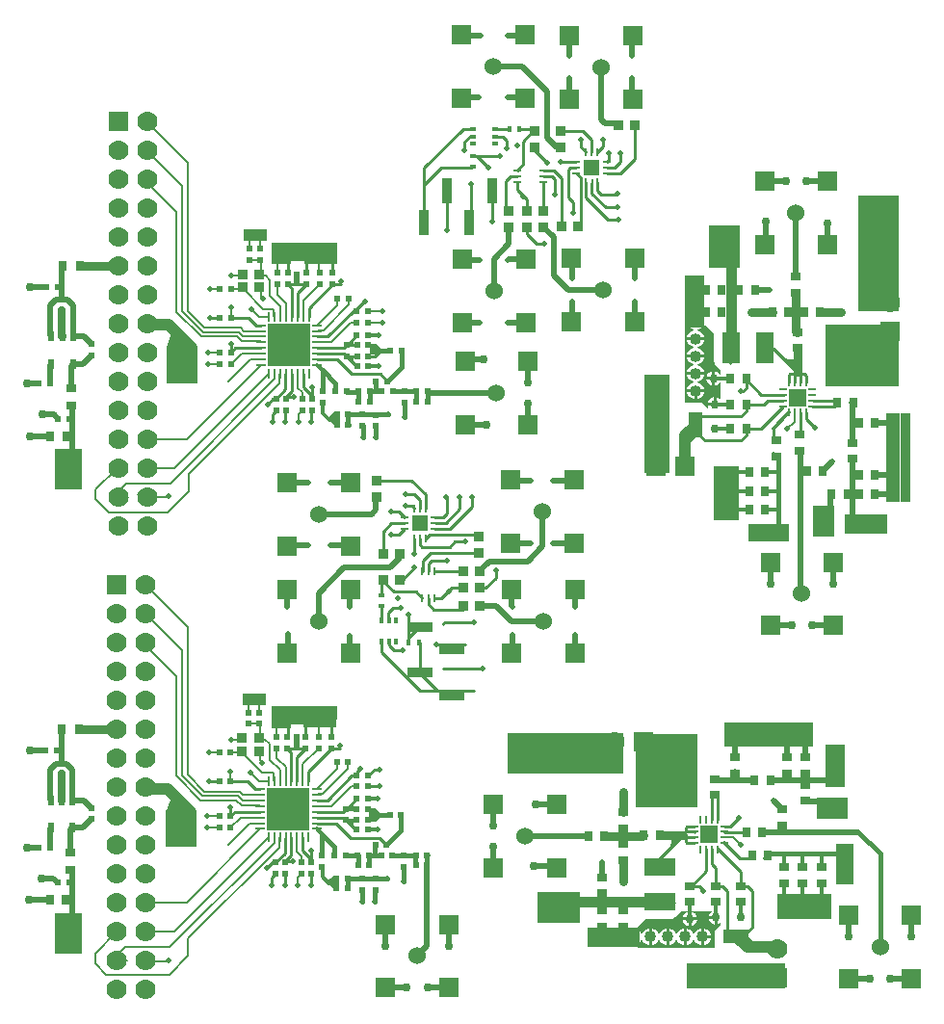
<source format=gtl>
%FSLAX25Y25*%
%MOIN*%
G70*
G01*
G75*
G04 Layer_Physical_Order=1*
G04 Layer_Color=61183*
%ADD10R,0.07000X0.07000*%
%ADD11C,0.06000*%
%ADD12R,0.07000X0.07000*%
%ADD13R,0.06850X0.06850*%
%ADD14R,0.02756X0.03543*%
%ADD15R,0.03543X0.02756*%
%ADD16R,0.02362X0.01969*%
%ADD17R,0.03740X0.03347*%
%ADD18R,0.01969X0.02362*%
%ADD19R,0.14600X0.14600*%
%ADD20R,0.01102X0.03347*%
%ADD21R,0.03347X0.01102*%
%ADD22R,0.02362X0.03347*%
%ADD23R,0.03150X0.03543*%
%ADD24R,0.10630X0.06299*%
%ADD25R,0.03543X0.03150*%
%ADD26R,0.06850X0.06850*%
%ADD27R,0.05906X0.05906*%
%ADD28R,0.00394X0.00394*%
%ADD29R,0.02520X0.01102*%
%ADD30R,0.09016X0.03504*%
%ADD31R,0.03740X0.03740*%
%ADD32R,0.01024X0.03152*%
%ADD33R,0.01555X0.01969*%
%ADD34R,0.00906X0.02953*%
%ADD35R,0.02953X0.00906*%
%ADD36R,0.03740X0.03740*%
%ADD37R,0.01969X0.01575*%
%ADD38R,0.01575X0.01969*%
%ADD39R,0.06299X0.10630*%
%ADD40R,0.05906X0.05906*%
%ADD41R,0.00394X0.00394*%
%ADD42R,0.01102X0.02520*%
%ADD43R,0.01969X0.01555*%
%ADD44R,0.03152X0.01024*%
%ADD45R,0.03504X0.09016*%
%ADD46C,0.02000*%
%ADD47C,0.01800*%
%ADD48C,0.00800*%
%ADD49C,0.01200*%
%ADD50C,0.01000*%
%ADD51C,0.04000*%
%ADD52C,0.02500*%
%ADD53C,0.01600*%
%ADD54C,0.01400*%
%ADD55C,0.03000*%
%ADD56C,0.03500*%
%ADD57R,0.08000X0.04000*%
%ADD58R,0.06127X0.02573*%
%ADD59R,0.02300X0.05200*%
%ADD60R,0.11500X0.03000*%
%ADD61R,0.22500X0.04500*%
%ADD62R,0.06500X0.07500*%
%ADD63R,0.10500X0.12500*%
%ADD64R,0.09500X0.14000*%
%ADD65R,0.02500X0.03000*%
%ADD66R,0.00532X0.00500*%
%ADD67R,0.01300X0.01400*%
%ADD68R,0.00469X0.00500*%
%ADD69R,0.01500X0.01432*%
%ADD70R,0.01102X0.02520*%
%ADD71R,0.11000X0.07500*%
%ADD72R,0.30764X0.02754*%
%ADD73R,0.06000X0.03747*%
%ADD74R,0.24764X0.03746*%
%ADD75R,0.15000X0.10600*%
%ADD76R,0.07000X0.15000*%
%ADD77R,0.40000X0.14000*%
%ADD78R,0.21500X0.25500*%
%ADD79R,0.34000X0.08500*%
%ADD80R,0.06000X0.14000*%
%ADD81R,0.18736X0.08500*%
%ADD82R,0.18000X0.07000*%
%ADD83R,0.09000X0.04500*%
%ADD84R,0.05197X0.05197*%
%ADD85R,0.04500X0.09000*%
%ADD86R,0.07000X0.18000*%
%ADD87R,0.08500X0.18736*%
%ADD88R,0.14000X0.06000*%
%ADD89R,0.03746X0.06000*%
%ADD90R,0.08500X0.34000*%
%ADD91R,0.25500X0.21500*%
%ADD92R,0.14000X0.40000*%
%ADD93R,0.15000X0.07000*%
%ADD94R,0.10600X0.15000*%
%ADD95R,0.03746X0.24764*%
%ADD96R,0.02754X0.30764*%
%ADD97R,0.02300X0.05100*%
%ADD98R,0.02520X0.01102*%
%ADD99R,0.07500X0.11000*%
%ADD100R,0.00958X0.00358*%
%ADD101R,0.04000X0.03142*%
%ADD102R,0.03500X0.04000*%
%ADD103C,0.07000*%
%ADD104C,0.02000*%
%ADD105C,0.03000*%
%ADD106C,0.01000*%
%ADD107C,0.00800*%
%ADD108C,0.04000*%
%ADD109C,0.01299*%
G36*
X276273Y388650D02*
X275943Y388584D01*
X275281Y388142D01*
X274839Y387480D01*
X274783Y387200D01*
X276723D01*
Y386200D01*
X274783D01*
X274839Y385920D01*
X275281Y385258D01*
X275368Y385200D01*
X272223D01*
X274223Y390700D01*
X276273Y388650D01*
D02*
G37*
G36*
X455400Y514498D02*
X453400Y512498D01*
Y516498D01*
X455400Y514498D01*
D02*
G37*
G36*
X450750Y376313D02*
X446500Y372063D01*
X447000Y374300D01*
X446500Y376537D01*
X450750Y376313D01*
D02*
G37*
G36*
X475764Y339546D02*
X471764D01*
X473764Y341547D01*
X475764Y339546D01*
D02*
G37*
G36*
X460698Y350102D02*
X460145Y349275D01*
X460050Y348800D01*
X462500D01*
Y348300D01*
X463000D01*
Y345850D01*
X463476Y345945D01*
X464027Y346314D01*
Y345793D01*
X462027Y343793D01*
Y337793D01*
X435510D01*
X435264Y337895D01*
Y338921D01*
X435277Y338926D01*
X435903Y339407D01*
X436384Y340034D01*
X436686Y340763D01*
X436764Y341350D01*
X436841Y340763D01*
X437143Y340034D01*
X437624Y339407D01*
X438251Y338926D01*
X438980Y338624D01*
X439264Y338586D01*
Y341547D01*
Y344507D01*
X438980Y344469D01*
X438251Y344167D01*
X437624Y343686D01*
X437143Y343059D01*
X436841Y342330D01*
X436764Y341743D01*
X436686Y342330D01*
X436384Y343059D01*
X435903Y343686D01*
X435277Y344167D01*
X435264Y344172D01*
Y344547D01*
Y345029D01*
X438027Y347793D01*
X447527D01*
X448027Y348293D01*
X448527D01*
X450527Y350293D01*
X453218D01*
X452525Y350155D01*
X451698Y349602D01*
X451145Y348776D01*
X451051Y348300D01*
X455949D01*
X455855Y348776D01*
X455302Y349602D01*
X454475Y350155D01*
X453782Y350293D01*
X460983D01*
X460698Y350102D01*
D02*
G37*
G36*
X490167Y537511D02*
X485917Y541761D01*
X488154Y541261D01*
X490390Y541761D01*
X490167Y537511D01*
D02*
G37*
G36*
X276450Y549150D02*
X276120Y549084D01*
X275458Y548642D01*
X275016Y547980D01*
X274960Y547700D01*
X276900D01*
Y546700D01*
X274960D01*
X275016Y546420D01*
X275458Y545758D01*
X275545Y545700D01*
X272400D01*
X274400Y551200D01*
X276450Y549150D01*
D02*
G37*
G36*
X461647Y550234D02*
Y540734D01*
X462147Y540234D01*
Y539734D01*
X464147Y537734D01*
Y535043D01*
X464009Y535737D01*
X463456Y536564D01*
X462629Y537116D01*
X462154Y537211D01*
Y534761D01*
Y532312D01*
X462629Y532406D01*
X463456Y532959D01*
X464009Y533786D01*
X464147Y534479D01*
Y531734D01*
Y527279D01*
X463956Y527564D01*
X463129Y528116D01*
X462654Y528211D01*
Y525761D01*
X462154D01*
Y525261D01*
X459704D01*
X459799Y524786D01*
X460167Y524234D01*
X459647D01*
X457647Y526234D01*
X451647D01*
Y552751D01*
X451749Y552998D01*
X452774D01*
X452779Y552985D01*
X453260Y552358D01*
X453887Y551877D01*
X454617Y551575D01*
X455203Y551498D01*
X454617Y551420D01*
X453887Y551118D01*
X453260Y550637D01*
X452779Y550011D01*
X452477Y549281D01*
X452440Y548998D01*
X458360D01*
X458323Y549281D01*
X458020Y550011D01*
X457540Y550637D01*
X456913Y551118D01*
X456183Y551420D01*
X455597Y551498D01*
X456183Y551575D01*
X456913Y551877D01*
X457540Y552358D01*
X458020Y552985D01*
X458026Y552998D01*
X458400D01*
X458883D01*
X461647Y550234D01*
D02*
G37*
%LPC*%
G36*
X458264Y344507D02*
Y342046D01*
X460724D01*
X460686Y342330D01*
X460384Y343059D01*
X459903Y343686D01*
X459277Y344167D01*
X458547Y344469D01*
X458264Y344507D01*
D02*
G37*
G36*
X457264D02*
X456981Y344469D01*
X456251Y344167D01*
X455624Y343686D01*
X455143Y343059D01*
X454841Y342330D01*
X454764Y341743D01*
X454686Y342330D01*
X454384Y343059D01*
X453903Y343686D01*
X453277Y344167D01*
X452547Y344469D01*
X452264Y344507D01*
Y341547D01*
Y338586D01*
X452547Y338624D01*
X453277Y338926D01*
X453903Y339407D01*
X454384Y340034D01*
X454686Y340763D01*
X454764Y341350D01*
X454841Y340763D01*
X455143Y340034D01*
X455624Y339407D01*
X456251Y338926D01*
X456981Y338624D01*
X457264Y338586D01*
Y341547D01*
Y344507D01*
D02*
G37*
G36*
X455949Y347300D02*
X454000D01*
Y345351D01*
X454475Y345445D01*
X455302Y345998D01*
X455855Y346825D01*
X455949Y347300D01*
D02*
G37*
G36*
X453000D02*
X451051D01*
X451145Y346825D01*
X451698Y345998D01*
X452525Y345445D01*
X453000Y345351D01*
Y347300D01*
D02*
G37*
G36*
X461154Y537211D02*
X460678Y537116D01*
X459851Y536564D01*
X459299Y535737D01*
X459204Y535261D01*
X461154D01*
Y537211D01*
D02*
G37*
G36*
X460724Y341047D02*
X458264D01*
Y338586D01*
X458547Y338624D01*
X459277Y338926D01*
X459903Y339407D01*
X460384Y340034D01*
X460686Y340763D01*
X460724Y341047D01*
D02*
G37*
G36*
X451264Y344507D02*
X450981Y344469D01*
X450251Y344167D01*
X449624Y343686D01*
X449143Y343059D01*
X448841Y342330D01*
X448764Y341743D01*
X448686Y342330D01*
X448384Y343059D01*
X447903Y343686D01*
X447277Y344167D01*
X446547Y344469D01*
X446264Y344507D01*
Y341547D01*
Y338586D01*
X446547Y338624D01*
X447277Y338926D01*
X447903Y339407D01*
X448384Y340034D01*
X448686Y340763D01*
X448764Y341350D01*
X448841Y340763D01*
X449143Y340034D01*
X449624Y339407D01*
X450251Y338926D01*
X450981Y338624D01*
X451264Y338586D01*
Y341547D01*
Y344507D01*
D02*
G37*
G36*
X445264D02*
X444980Y344469D01*
X444251Y344167D01*
X443624Y343686D01*
X443143Y343059D01*
X442841Y342330D01*
X442764Y341743D01*
X442686Y342330D01*
X442384Y343059D01*
X441903Y343686D01*
X441277Y344167D01*
X440547Y344469D01*
X440264Y344507D01*
Y341547D01*
Y338586D01*
X440547Y338624D01*
X441277Y338926D01*
X441903Y339407D01*
X442384Y340034D01*
X442686Y340763D01*
X442764Y341350D01*
X442841Y340763D01*
X443143Y340034D01*
X443624Y339407D01*
X444251Y338926D01*
X444980Y338624D01*
X445264Y338586D01*
Y341547D01*
Y344507D01*
D02*
G37*
G36*
X461654Y528211D02*
X461178Y528116D01*
X460351Y527564D01*
X459799Y526737D01*
X459704Y526261D01*
X461654D01*
Y528211D01*
D02*
G37*
G36*
X458360Y541998D02*
X452440D01*
X452477Y541714D01*
X452779Y540985D01*
X453260Y540358D01*
X453887Y539877D01*
X454617Y539575D01*
X455203Y539498D01*
X454617Y539420D01*
X453887Y539118D01*
X453260Y538637D01*
X452779Y538011D01*
X452477Y537281D01*
X452440Y536998D01*
X458360D01*
X458323Y537281D01*
X458020Y538011D01*
X457540Y538637D01*
X456913Y539118D01*
X456183Y539420D01*
X455597Y539498D01*
X456183Y539575D01*
X456913Y539877D01*
X457540Y540358D01*
X458020Y540985D01*
X458323Y541714D01*
X458360Y541998D01*
D02*
G37*
G36*
Y529998D02*
X455900D01*
Y527538D01*
X456183Y527575D01*
X456913Y527877D01*
X457540Y528358D01*
X458020Y528985D01*
X458323Y529714D01*
X458360Y529998D01*
D02*
G37*
G36*
X454900D02*
X452440D01*
X452477Y529714D01*
X452779Y528985D01*
X453260Y528358D01*
X453887Y527877D01*
X454617Y527575D01*
X454900Y527538D01*
Y529998D01*
D02*
G37*
G36*
X461154Y534261D02*
X459204D01*
X459299Y533786D01*
X459851Y532959D01*
X460678Y532406D01*
X461154Y532312D01*
Y534261D01*
D02*
G37*
G36*
X462000Y347800D02*
X460050D01*
X460145Y347325D01*
X460698Y346498D01*
X461525Y345945D01*
X462000Y345850D01*
Y347800D01*
D02*
G37*
G36*
X458360Y535998D02*
X452440D01*
X452477Y535714D01*
X452779Y534985D01*
X453260Y534358D01*
X453887Y533877D01*
X454617Y533575D01*
X455203Y533498D01*
X454617Y533420D01*
X453887Y533118D01*
X453260Y532637D01*
X452779Y532011D01*
X452477Y531281D01*
X452440Y530998D01*
X458360D01*
X458323Y531281D01*
X458020Y532011D01*
X457540Y532637D01*
X456913Y533118D01*
X456183Y533420D01*
X455597Y533498D01*
X456183Y533575D01*
X456913Y533877D01*
X457540Y534358D01*
X458020Y534985D01*
X458323Y535714D01*
X458360Y535998D01*
D02*
G37*
G36*
Y547998D02*
X452440D01*
X452477Y547715D01*
X452779Y546985D01*
X453260Y546358D01*
X453887Y545877D01*
X454617Y545575D01*
X455203Y545498D01*
X454617Y545420D01*
X453887Y545118D01*
X453260Y544637D01*
X452779Y544011D01*
X452477Y543281D01*
X452440Y542998D01*
X458360D01*
X458323Y543281D01*
X458020Y544011D01*
X457540Y544637D01*
X456913Y545118D01*
X456183Y545420D01*
X455597Y545498D01*
X456183Y545575D01*
X456913Y545877D01*
X457540Y546358D01*
X458020Y546985D01*
X458323Y547715D01*
X458360Y547998D01*
D02*
G37*
%LPD*%
D10*
X314205Y498752D02*
D03*
X336205D02*
D03*
Y476752D02*
D03*
X314205D02*
D03*
X391272Y499638D02*
D03*
X413272D02*
D03*
Y477638D02*
D03*
X391272D02*
D03*
X314008Y461646D02*
D03*
X336008D02*
D03*
Y439646D02*
D03*
X314008D02*
D03*
X374619Y575960D02*
D03*
X396619D02*
D03*
Y553960D02*
D03*
X374619D02*
D03*
X255097Y463297D02*
D03*
X437264Y408923D02*
D03*
X441777Y504498D02*
D03*
X451777D02*
D03*
X255597Y623797D02*
D03*
D11*
X325205Y487752D02*
D03*
X402272Y488638D02*
D03*
X325008Y450646D02*
D03*
X402740Y450819D02*
D03*
X385619Y564960D02*
D03*
X385446Y642692D02*
D03*
X422552Y642495D02*
D03*
X423438Y565428D02*
D03*
X359053Y334861D02*
D03*
X519225Y338025D02*
D03*
X396300Y376300D02*
D03*
X386527Y529750D02*
D03*
X492154Y460261D02*
D03*
X490154Y591961D02*
D03*
D12*
X391740Y439819D02*
D03*
Y461819D02*
D03*
X413740D02*
D03*
Y439819D02*
D03*
X396446Y653692D02*
D03*
Y631692D02*
D03*
X374446D02*
D03*
Y653692D02*
D03*
X433552Y653495D02*
D03*
Y631495D02*
D03*
X411552D02*
D03*
Y653495D02*
D03*
X434438Y576428D02*
D03*
Y554428D02*
D03*
X412438D02*
D03*
Y576428D02*
D03*
X483700Y327500D02*
D03*
X522777Y550998D02*
D03*
D13*
X348129Y323936D02*
D03*
Y345786D02*
D03*
X369978D02*
D03*
Y323936D02*
D03*
X508300Y327100D02*
D03*
Y348950D02*
D03*
X530150D02*
D03*
Y327100D02*
D03*
X481228Y449336D02*
D03*
Y471186D02*
D03*
X503079D02*
D03*
Y449336D02*
D03*
X479228Y581036D02*
D03*
Y602886D02*
D03*
X501079D02*
D03*
Y581036D02*
D03*
D14*
X236144Y413297D02*
D03*
X242050D02*
D03*
X236321Y573797D02*
D03*
X242227D02*
D03*
D15*
X239097Y370750D02*
D03*
Y364844D02*
D03*
X239274Y531250D02*
D03*
Y525345D02*
D03*
D16*
X348518Y373250D02*
D03*
X344582D02*
D03*
X290581Y405250D02*
D03*
X294518D02*
D03*
X290581Y395250D02*
D03*
X294518D02*
D03*
X290581Y383250D02*
D03*
X294518D02*
D03*
X294518Y379250D02*
D03*
X290581D02*
D03*
X331255Y401900D02*
D03*
X335192D02*
D03*
X338082Y393750D02*
D03*
X342019D02*
D03*
X338082Y397250D02*
D03*
X342019D02*
D03*
X331082Y358250D02*
D03*
X335018D02*
D03*
X342019Y381950D02*
D03*
X338082D02*
D03*
X338082Y389250D02*
D03*
X342019D02*
D03*
X358581Y366250D02*
D03*
X362519D02*
D03*
X338519Y369750D02*
D03*
X342456D02*
D03*
X330550Y369750D02*
D03*
X334487D02*
D03*
X230529Y405997D02*
D03*
X234466D02*
D03*
X231966Y372497D02*
D03*
X228029D02*
D03*
X234629Y360297D02*
D03*
X238566D02*
D03*
X338082Y378550D02*
D03*
X342019D02*
D03*
X342019Y385750D02*
D03*
X338082D02*
D03*
X362519Y369750D02*
D03*
X358581D02*
D03*
X346582Y369750D02*
D03*
X350518D02*
D03*
X342518Y366250D02*
D03*
X338581D02*
D03*
X353519Y383750D02*
D03*
X349582D02*
D03*
X331082Y361750D02*
D03*
X335018D02*
D03*
X348695Y533750D02*
D03*
X344758D02*
D03*
X290758Y565750D02*
D03*
X294695D02*
D03*
X290758Y555750D02*
D03*
X294695D02*
D03*
X290758Y543750D02*
D03*
X294695D02*
D03*
X294695Y539750D02*
D03*
X290758D02*
D03*
X331432Y562400D02*
D03*
X335368D02*
D03*
X338032Y554000D02*
D03*
X341968D02*
D03*
X338032Y558000D02*
D03*
X341968D02*
D03*
X331258Y518750D02*
D03*
X335195D02*
D03*
X342195Y542450D02*
D03*
X338258D02*
D03*
X338032Y549700D02*
D03*
X341968D02*
D03*
X358758Y526750D02*
D03*
X362695D02*
D03*
X338695Y530250D02*
D03*
X342632D02*
D03*
X330727Y530250D02*
D03*
X334664D02*
D03*
X230705Y566497D02*
D03*
X234643D02*
D03*
X232142Y532997D02*
D03*
X228205D02*
D03*
X234805Y520797D02*
D03*
X238742D02*
D03*
X338258Y539050D02*
D03*
X342195D02*
D03*
X342195Y546250D02*
D03*
X338258D02*
D03*
X362695Y530250D02*
D03*
X358758D02*
D03*
X346758Y530250D02*
D03*
X350695D02*
D03*
X342695Y526750D02*
D03*
X338758D02*
D03*
X353695Y544250D02*
D03*
X349758D02*
D03*
X331258Y522250D02*
D03*
X335195D02*
D03*
D17*
X298550Y410278D02*
D03*
X304259D02*
D03*
Y405750D02*
D03*
X298550D02*
D03*
X298727Y570778D02*
D03*
X304435D02*
D03*
Y566250D02*
D03*
X298727D02*
D03*
D18*
X314050Y406781D02*
D03*
Y410718D02*
D03*
X300873Y419187D02*
D03*
Y415250D02*
D03*
X304550Y419187D02*
D03*
Y415250D02*
D03*
X310550Y410718D02*
D03*
Y406781D02*
D03*
X320550Y410718D02*
D03*
X320550Y406781D02*
D03*
X325050Y410718D02*
D03*
Y406781D02*
D03*
X329550Y410718D02*
D03*
Y406781D02*
D03*
X313550Y367218D02*
D03*
Y363281D02*
D03*
X310050Y367218D02*
D03*
Y363281D02*
D03*
X322550Y367218D02*
D03*
Y363281D02*
D03*
X340023Y361769D02*
D03*
Y357832D02*
D03*
X344623Y361668D02*
D03*
Y357732D02*
D03*
X354550Y369719D02*
D03*
Y365781D02*
D03*
X326050Y369719D02*
D03*
Y365781D02*
D03*
X334450Y385819D02*
D03*
Y381881D02*
D03*
X246223Y386169D02*
D03*
Y382231D02*
D03*
X319050Y367218D02*
D03*
Y363281D02*
D03*
X314227Y567281D02*
D03*
Y571218D02*
D03*
X301050Y579687D02*
D03*
Y575750D02*
D03*
X304727Y579687D02*
D03*
Y575750D02*
D03*
X310727Y571218D02*
D03*
Y567281D02*
D03*
X320727Y571218D02*
D03*
X320727Y567281D02*
D03*
X325227Y571218D02*
D03*
Y567281D02*
D03*
X329727Y571218D02*
D03*
Y567281D02*
D03*
X313727Y527718D02*
D03*
Y523781D02*
D03*
X310227Y527718D02*
D03*
Y523781D02*
D03*
X322727Y527718D02*
D03*
Y523781D02*
D03*
X340200Y522268D02*
D03*
Y518331D02*
D03*
X344800Y522168D02*
D03*
Y518231D02*
D03*
X354727Y530219D02*
D03*
Y526281D02*
D03*
X326227Y530219D02*
D03*
Y526281D02*
D03*
X334627Y546318D02*
D03*
Y542381D02*
D03*
X319227Y527718D02*
D03*
Y523781D02*
D03*
X246400Y546668D02*
D03*
Y542732D02*
D03*
D19*
X314550Y385750D02*
D03*
X314727Y546250D02*
D03*
D20*
X307659Y395494D02*
D03*
X309628D02*
D03*
X311596D02*
D03*
X313565D02*
D03*
X315534D02*
D03*
X317503D02*
D03*
X319473D02*
D03*
X321442D02*
D03*
Y376006D02*
D03*
X319473D02*
D03*
X317503D02*
D03*
X315534D02*
D03*
X313565D02*
D03*
X311596D02*
D03*
X309628D02*
D03*
X307659D02*
D03*
X307835Y555994D02*
D03*
X309804D02*
D03*
X311773D02*
D03*
X313742D02*
D03*
X315711D02*
D03*
X317680D02*
D03*
X319649D02*
D03*
X321618D02*
D03*
Y536506D02*
D03*
X319649D02*
D03*
X317680D02*
D03*
X315711D02*
D03*
X313742D02*
D03*
X311773D02*
D03*
X309804D02*
D03*
X307835D02*
D03*
D21*
X324294Y392640D02*
D03*
Y390671D02*
D03*
Y388703D02*
D03*
Y386734D02*
D03*
Y384766D02*
D03*
Y382797D02*
D03*
Y380829D02*
D03*
Y378860D02*
D03*
X304806D02*
D03*
Y380829D02*
D03*
Y382797D02*
D03*
Y384766D02*
D03*
Y386734D02*
D03*
Y388703D02*
D03*
Y390671D02*
D03*
Y392640D02*
D03*
X324471Y553140D02*
D03*
Y551171D02*
D03*
Y549203D02*
D03*
Y547234D02*
D03*
Y545266D02*
D03*
Y543297D02*
D03*
Y541329D02*
D03*
Y539360D02*
D03*
X304983D02*
D03*
Y541329D02*
D03*
Y543297D02*
D03*
Y545266D02*
D03*
Y547234D02*
D03*
Y549203D02*
D03*
Y551171D02*
D03*
Y553140D02*
D03*
D22*
X239785Y379320D02*
D03*
X232304D02*
D03*
Y388769D02*
D03*
X236045D02*
D03*
X239785D02*
D03*
X239961Y539820D02*
D03*
X232481D02*
D03*
Y549269D02*
D03*
X236221D02*
D03*
X239961D02*
D03*
D23*
X237479Y354200D02*
D03*
X231967D02*
D03*
X418244Y376300D02*
D03*
X423756D02*
D03*
X473008Y377547D02*
D03*
X478520D02*
D03*
X437544Y376700D02*
D03*
X443056D02*
D03*
X480520Y369547D02*
D03*
X475008D02*
D03*
X475744Y395800D02*
D03*
X481256D02*
D03*
X475910Y565261D02*
D03*
X470398D02*
D03*
X467398Y517261D02*
D03*
X472909D02*
D03*
X467398Y525761D02*
D03*
X472909D02*
D03*
X467398Y534761D02*
D03*
X472909D02*
D03*
X458898Y565261D02*
D03*
X464409D02*
D03*
X473898Y489261D02*
D03*
X479410D02*
D03*
X473898Y495761D02*
D03*
X479410D02*
D03*
X473898Y502261D02*
D03*
X479410D02*
D03*
X458898Y557761D02*
D03*
X464409D02*
D03*
X492898D02*
D03*
X498410D02*
D03*
X487409Y557761D02*
D03*
X481898D02*
D03*
X507909Y494761D02*
D03*
X502398D02*
D03*
X511898Y494761D02*
D03*
X517410D02*
D03*
X511898Y501261D02*
D03*
X517410D02*
D03*
X511898Y519261D02*
D03*
X517410D02*
D03*
X504398Y526261D02*
D03*
X509909D02*
D03*
X493898Y502761D02*
D03*
X499409D02*
D03*
X237656Y514700D02*
D03*
X232144D02*
D03*
D24*
X443000Y365587D02*
D03*
Y353776D02*
D03*
D25*
X423000Y362056D02*
D03*
Y356544D02*
D03*
X471000Y353544D02*
D03*
Y359056D02*
D03*
X462500Y353544D02*
D03*
Y359056D02*
D03*
X453500Y353544D02*
D03*
Y359056D02*
D03*
X423000Y345044D02*
D03*
Y350556D02*
D03*
X499000Y360044D02*
D03*
Y365556D02*
D03*
X492500Y360044D02*
D03*
Y365556D02*
D03*
X486000Y360044D02*
D03*
Y365556D02*
D03*
X430500Y345044D02*
D03*
Y350556D02*
D03*
Y379044D02*
D03*
Y384556D02*
D03*
X430500Y373556D02*
D03*
Y368044D02*
D03*
X493500Y394056D02*
D03*
Y388544D02*
D03*
X493500Y398044D02*
D03*
Y403556D02*
D03*
X487000Y398044D02*
D03*
Y403556D02*
D03*
X469000Y398044D02*
D03*
Y403556D02*
D03*
X462000Y390544D02*
D03*
Y396056D02*
D03*
X485500Y380044D02*
D03*
Y385556D02*
D03*
X490154Y570017D02*
D03*
Y564505D02*
D03*
X491400Y515253D02*
D03*
Y509742D02*
D03*
X490554Y550717D02*
D03*
Y545205D02*
D03*
X483400Y507742D02*
D03*
Y513253D02*
D03*
X509654Y512517D02*
D03*
Y507005D02*
D03*
D26*
X407225Y365375D02*
D03*
X385375D02*
D03*
Y387225D02*
D03*
X407225D02*
D03*
X375602Y540675D02*
D03*
X397452D02*
D03*
Y518825D02*
D03*
X375602D02*
D03*
D27*
X460146Y376876D02*
D03*
D28*
X457193Y372152D02*
D03*
X459161D02*
D03*
X461130Y371955D02*
D03*
X463098D02*
D03*
X457193Y382191D02*
D03*
X459161D02*
D03*
X461130D02*
D03*
X463098Y381994D02*
D03*
D29*
X465264Y379829D02*
D03*
Y377860D02*
D03*
Y375892D02*
D03*
X465264Y373923D02*
D03*
X455027Y379829D02*
D03*
Y377860D02*
D03*
Y375892D02*
D03*
Y373923D02*
D03*
D30*
X360016Y432988D02*
D03*
X371000Y425114D02*
D03*
X360016Y448736D02*
D03*
X371000Y440862D02*
D03*
D31*
X375008Y462358D02*
D03*
X380716D02*
D03*
X352961Y473874D02*
D03*
X347252D02*
D03*
X352961Y465016D02*
D03*
X347252D02*
D03*
X380618Y467969D02*
D03*
X374909D02*
D03*
Y456059D02*
D03*
X380618D02*
D03*
X414875Y587377D02*
D03*
X409166D02*
D03*
X428556Y622515D02*
D03*
X434265D02*
D03*
D32*
X360874Y458813D02*
D03*
X362921D02*
D03*
X364968D02*
D03*
X360874Y467870D02*
D03*
X362921D02*
D03*
X364968D02*
D03*
D33*
X346661Y451138D02*
D03*
Y443657D02*
D03*
X349220D02*
D03*
X351780D02*
D03*
X349220Y451138D02*
D03*
X351780D02*
D03*
D34*
X362016Y479386D02*
D03*
X360047D02*
D03*
X358079D02*
D03*
X362016Y489819D02*
D03*
X360047D02*
D03*
X358079D02*
D03*
X417532Y612968D02*
D03*
X419501D02*
D03*
X421469D02*
D03*
X417532Y602535D02*
D03*
X419599Y602495D02*
D03*
X421469Y602535D02*
D03*
D35*
X354732Y482732D02*
D03*
Y484701D02*
D03*
Y486669D02*
D03*
X365165Y482732D02*
D03*
X365205Y484799D02*
D03*
X365165Y486669D02*
D03*
X414186Y605684D02*
D03*
Y607653D02*
D03*
Y609621D02*
D03*
X424619Y605684D02*
D03*
Y607653D02*
D03*
Y609621D02*
D03*
D36*
X345185Y493756D02*
D03*
Y499465D02*
D03*
X380323Y480075D02*
D03*
Y474366D02*
D03*
X390859Y592791D02*
D03*
Y587082D02*
D03*
X402769D02*
D03*
Y592791D02*
D03*
X399816Y614739D02*
D03*
Y620448D02*
D03*
X408674Y614739D02*
D03*
Y620448D02*
D03*
X397158Y592692D02*
D03*
Y586983D02*
D03*
D37*
X346721Y459654D02*
D03*
Y456110D02*
D03*
X378221Y611641D02*
D03*
Y608098D02*
D03*
D38*
X356059Y443421D02*
D03*
X359602D02*
D03*
X394454Y620979D02*
D03*
X390910D02*
D03*
D39*
X479441Y545261D02*
D03*
X467630D02*
D03*
D40*
X490730Y528116D02*
D03*
D41*
X486005Y531069D02*
D03*
Y529100D02*
D03*
X485808Y527132D02*
D03*
Y525163D02*
D03*
X496044Y531069D02*
D03*
Y529100D02*
D03*
Y527132D02*
D03*
X495848Y525163D02*
D03*
D42*
X493682Y522998D02*
D03*
X491714D02*
D03*
X489745D02*
D03*
X487777Y522998D02*
D03*
X493682Y533234D02*
D03*
X491714D02*
D03*
X489745D02*
D03*
X487777D02*
D03*
D43*
X385938Y621039D02*
D03*
X378457D02*
D03*
Y618479D02*
D03*
Y615920D02*
D03*
X385938Y618479D02*
D03*
Y615920D02*
D03*
D44*
X393613Y606826D02*
D03*
Y604779D02*
D03*
Y602732D02*
D03*
X402670Y606826D02*
D03*
Y604779D02*
D03*
Y602732D02*
D03*
D45*
X369288Y599684D02*
D03*
X361414Y588700D02*
D03*
X385036Y599684D02*
D03*
X377162Y588700D02*
D03*
D46*
X359053Y334861D02*
X362519Y338326D01*
Y366250D01*
X359053Y334861D02*
X359900Y335708D01*
X478098Y377829D02*
X511600D01*
X362519Y369750D02*
X362668Y369600D01*
X348129Y323936D02*
X355467D01*
X348129Y338448D02*
Y345786D01*
X362640Y323936D02*
X369978D01*
Y338448D02*
Y345786D01*
X224723Y354200D02*
X231967D01*
X243312Y379320D02*
X246223Y382231D01*
X239785Y379320D02*
X243312D01*
X243623Y388769D02*
X246223Y386169D01*
X239785Y388769D02*
X243623D01*
X239597Y349797D02*
Y364345D01*
X239097Y364844D02*
X239597Y364345D01*
X229097Y361797D02*
X233129D01*
X234629Y360297D01*
X234629Y360297D01*
X239097Y371850D02*
Y378633D01*
X239785Y379320D01*
X223997Y372497D02*
X228029D01*
X231966Y372497D02*
Y378981D01*
X235997Y401997D02*
Y412297D01*
X224997Y405997D02*
X230529D01*
X230529Y405997D01*
X233997Y401497D02*
X237497D01*
X237785D01*
X239785Y399497D01*
X231997D02*
X233997Y401497D01*
X231997Y389076D02*
Y399497D01*
Y389076D02*
X232304Y388769D01*
X239785D02*
Y399497D01*
X487000Y413800D02*
X487000Y413800D01*
X469000Y413800D02*
X469000Y413800D01*
X385375Y379886D02*
Y387225D01*
X508300Y327100D02*
X515639D01*
X399886Y387225D02*
X407225D01*
X508300Y341611D02*
Y348950D01*
X522811Y327100D02*
X530150D01*
Y341611D02*
Y348950D01*
X385375Y365375D02*
Y372714D01*
X399225Y365923D02*
X406564D01*
X423000Y367300D02*
X423000Y367300D01*
X423000Y362056D02*
Y367300D01*
X469000Y408800D02*
X469000Y408800D01*
Y405056D02*
Y408800D01*
X487000Y408800D02*
X487000Y408800D01*
Y403556D02*
Y408800D01*
X493500Y403556D02*
Y408800D01*
X493744Y388300D02*
X501500D01*
X493500Y388544D02*
X493744Y388300D01*
X482256Y388800D02*
X485500Y385556D01*
X481256Y395800D02*
X501000D01*
X468994Y395800D02*
Y398550D01*
X462244Y395800D02*
X475744D01*
X462000Y395556D02*
X462244Y395800D01*
X396300Y376300D02*
X418244D01*
X325008Y460488D02*
X333820Y469300D01*
X349568D01*
X352961Y472693D01*
X391567Y450819D02*
X402740D01*
X386327Y456059D02*
X391567Y450819D01*
X380618Y456059D02*
X386327D01*
X344791Y489327D02*
Y492673D01*
X337803Y487850D02*
X343315D01*
X397252Y471512D02*
X402272Y476532D01*
X384063Y471512D02*
X397252D01*
X380520Y467969D02*
X384063Y471512D01*
X402272Y476532D02*
Y488638D01*
X325008Y450646D02*
Y460488D01*
X314378Y498579D02*
X321268D01*
X329142D02*
X336032D01*
X314378Y476925D02*
X321268D01*
X329142D02*
X336032D01*
X314181Y455567D02*
Y461472D01*
X314281Y440319D02*
Y446224D01*
X335835Y439819D02*
Y445724D01*
Y455567D02*
Y461472D01*
X391445Y499465D02*
X398335D01*
X406209D02*
X413098D01*
X391445Y477811D02*
X398335D01*
X406209D02*
X413098D01*
X391913Y439992D02*
Y445898D01*
X391740Y455913D02*
Y461819D01*
X413740Y455913D02*
Y461819D01*
X413567Y439992D02*
Y445898D01*
X324220Y487752D02*
X338787D01*
X343315Y487850D02*
X344791Y489327D01*
X363195Y529750D02*
X386027D01*
X239961Y549269D02*
Y559997D01*
X232174Y549576D02*
X232481Y549269D01*
X232174Y549576D02*
Y559997D01*
X234174Y561997D01*
X237961D02*
X239961Y559997D01*
X237674Y561997D02*
X237961D01*
X234174D02*
X237674D01*
X230705Y566497D02*
X230705Y566497D01*
X225174Y566497D02*
X230705D01*
X236174Y562497D02*
Y572797D01*
X232142Y532997D02*
Y539481D01*
X224174Y532997D02*
X228205D01*
X239274Y539133D02*
X239961Y539820D01*
X239274Y532350D02*
Y539133D01*
X234805Y520797D02*
X234805Y520797D01*
X233306Y522297D02*
X234805Y520797D01*
X229274Y522297D02*
X233306D01*
X239274Y525345D02*
X239774Y524845D01*
Y510297D02*
Y524845D01*
X490154Y570017D02*
Y591961D01*
X509410Y526261D02*
X509654Y526017D01*
Y512517D02*
Y526017D01*
Y519267D02*
X512403D01*
X509654Y487261D02*
Y507005D01*
X499409Y502761D02*
X502654Y506005D01*
X502153Y494517D02*
X502398Y494761D01*
X502153Y486761D02*
Y494517D01*
X517410Y494761D02*
X522653D01*
X517410Y501261D02*
X522653D01*
X522653Y501261D01*
X518910Y519261D02*
X522653D01*
X522653Y519261D01*
X475910Y565261D02*
X481153D01*
X481153Y565261D01*
X479777Y581698D02*
Y589036D01*
X479228Y602886D02*
X486567D01*
X503079Y463848D02*
Y471186D01*
X495740Y449336D02*
X503079D01*
X481228Y463848D02*
Y471186D01*
X501079Y581036D02*
Y588375D01*
X375602Y518825D02*
X382940D01*
X397452D02*
Y526164D01*
Y533336D02*
Y540675D01*
X374877Y541200D02*
X382215D01*
X481228Y449336D02*
X488567D01*
X493740Y602886D02*
X501079D01*
X239961Y549269D02*
X243800D01*
X246400Y546668D01*
X239961Y539820D02*
X243489D01*
X246400Y542732D01*
X224900Y514700D02*
X232144D01*
X491682Y460733D02*
Y510163D01*
X527654Y519261D02*
X527654Y519261D01*
X527654Y501261D02*
X527654Y501261D01*
X422650Y624385D02*
X424127Y622909D01*
X422552Y628913D02*
Y643479D01*
X374792Y554133D02*
X380698D01*
X390713Y553960D02*
X396619D01*
X390713Y575960D02*
X396619D01*
X374792Y575787D02*
X380698D01*
X412611Y554602D02*
Y561491D01*
Y569365D02*
Y576255D01*
X434265Y554602D02*
Y561491D01*
Y569365D02*
Y576255D01*
X390367Y631865D02*
X396272D01*
X374619D02*
X380524D01*
X375119Y653419D02*
X381024D01*
X390367Y653519D02*
X396272D01*
X411725Y631669D02*
Y638558D01*
Y646432D02*
Y653322D01*
X433379Y631669D02*
Y638558D01*
Y646432D02*
Y653322D01*
X385446Y642692D02*
X395288D01*
X411332Y565428D02*
X423438D01*
X402769Y587180D02*
X406312Y583637D01*
Y570448D02*
Y583637D01*
Y570448D02*
X411332Y565428D01*
X422650Y624385D02*
Y629897D01*
X424127Y622909D02*
X427473D01*
X390859Y581373D02*
Y587082D01*
X385619Y576133D02*
X390859Y581373D01*
X385619Y564960D02*
Y576133D01*
X404100Y618132D02*
X407493Y614739D01*
X404100Y618132D02*
Y633880D01*
X395288Y642692D02*
X404100Y633880D01*
D47*
X511600Y377829D02*
X519225Y370204D01*
Y338025D02*
Y370204D01*
X358582Y335333D02*
X359053Y334861D01*
X342518Y366250D02*
Y369687D01*
X342456Y369750D02*
X342518Y369687D01*
X338581Y366250D02*
Y369687D01*
X334550D02*
X338581D01*
X334487Y369750D02*
X334550Y369687D01*
X335018Y358313D02*
Y361750D01*
Y358313D02*
X335050Y358281D01*
X326050Y377104D02*
X330550Y372604D01*
Y369750D02*
Y372604D01*
X326050Y369719D02*
Y377104D01*
X518754Y338496D02*
X519225Y338025D01*
X326227Y530219D02*
Y537604D01*
X330727Y530250D02*
Y533104D01*
X326227Y537604D02*
X330727Y533104D01*
X335195Y518813D02*
X335227Y518782D01*
X335195Y518813D02*
Y522250D01*
X334664Y530250D02*
X334727Y530187D01*
X338758D01*
Y526750D02*
Y530187D01*
X342632Y530250D02*
X342695Y530187D01*
Y526750D02*
Y530187D01*
X491682Y460733D02*
X492154Y460261D01*
D48*
X304550Y419187D02*
Y423700D01*
X304550Y419187D02*
X304550Y419187D01*
X300873Y419187D02*
Y423350D01*
X301223Y423700D01*
X317723Y359200D02*
Y361955D01*
X319050Y363281D01*
X319473Y401204D02*
X325050Y406781D01*
X319473Y395494D02*
Y401204D01*
X314050Y410718D02*
X314050Y410718D01*
X310550Y403250D02*
X313565Y400235D01*
Y395494D02*
Y400235D01*
X310550Y403250D02*
Y406781D01*
X307966Y402834D02*
Y408250D01*
Y402834D02*
X311596Y399203D01*
X306438Y409778D02*
X307966Y408250D01*
X336273Y393750D02*
X338082D01*
X329257Y386734D02*
X336273Y393750D01*
X324294Y386734D02*
X329257D01*
X335192Y399757D02*
Y401900D01*
X326423Y390989D02*
X335192Y399757D01*
X331255Y399600D02*
Y401900D01*
X324294Y392640D02*
X331255Y399600D01*
X325023Y411469D02*
Y414500D01*
X317503Y371002D02*
Y376006D01*
Y371002D02*
X319050Y369456D01*
Y367218D02*
Y369456D01*
X324611Y390989D02*
X326423D01*
X324294Y390671D02*
X324611Y390989D01*
X325050Y406561D02*
Y406781D01*
X304759Y402541D02*
X305550Y401750D01*
X304759Y402541D02*
Y405250D01*
X294550Y409750D02*
X294578Y409778D01*
X299050D01*
X287050Y405250D02*
X287050Y405250D01*
X290581D01*
X294518D02*
X294518Y405250D01*
X299050D01*
X304550Y415250D02*
X304759Y415041D01*
Y409778D02*
Y415041D01*
X299050Y404750D02*
X305550Y398250D01*
X306634D01*
X306652Y398267D01*
X309310D01*
Y395812D02*
Y398267D01*
Y395812D02*
X309628Y395494D01*
X304759Y409778D02*
X306438D01*
X311596Y395494D02*
Y399203D01*
X300873Y415250D02*
X304550D01*
X301550Y398250D02*
X304306Y395494D01*
X307659D01*
X294518Y395250D02*
Y398719D01*
X307659Y374858D02*
Y376006D01*
X286550Y383250D02*
X290581D01*
X294518Y379250D02*
X298066Y382797D01*
X304806D01*
X286550Y379250D02*
X289613D01*
X290113Y379750D01*
X290113Y379750D01*
X310550Y411656D02*
Y415187D01*
X304550Y419187D02*
Y420018D01*
X279243Y353297D02*
X304806Y378860D01*
X265097Y353297D02*
X279243D01*
X301129Y380829D02*
X304806D01*
X304489Y387052D02*
X304806Y386734D01*
X298222Y387052D02*
X304489D01*
X296476Y388797D02*
X298222Y387052D01*
X265097Y442297D02*
X275597Y431797D01*
X265097Y442297D02*
Y443297D01*
X297097Y390297D02*
X298692Y388703D01*
X304806D01*
X298845Y390671D02*
X304806D01*
X297719Y391797D02*
X298845Y390671D01*
X265097Y463297D02*
X279597Y448797D01*
X265097Y453297D02*
X277597Y440797D01*
X275597Y397297D02*
Y431797D01*
Y397297D02*
X284097Y388797D01*
X296476D01*
X277597Y397419D02*
Y440797D01*
Y397419D02*
X284719Y390297D01*
X297097D01*
X285340Y391797D02*
X297719D01*
X279597Y397540D02*
X285340Y391797D01*
X279597Y397540D02*
Y448797D01*
X262097Y334297D02*
X265097D01*
X311279Y375688D02*
X311596Y376006D01*
X265097Y343297D02*
X274950D01*
X307659Y376006D01*
X255097Y333297D02*
X258713D01*
X293597Y373297D02*
X301129Y380829D01*
X253897Y332449D02*
Y333794D01*
X258100Y337997D01*
X311279Y372448D02*
Y375688D01*
X279860Y341030D02*
X311279Y372448D01*
X258100Y337997D02*
X273460D01*
X309628Y374165D01*
Y376006D01*
X272560Y333097D02*
X272960Y333497D01*
X265097Y333097D02*
X272560D01*
X279860Y335097D02*
Y341030D01*
X247560Y332397D02*
Y335760D01*
X255097Y343297D01*
X468408Y375892D02*
X471000Y373300D01*
X465264Y375892D02*
X468408D01*
X247737Y496260D02*
X255274Y503797D01*
X247737Y492897D02*
Y496260D01*
Y492897D02*
X252237Y488397D01*
X272837D01*
X280037Y495597D01*
Y501530D01*
X265274Y493597D02*
X272737D01*
X273137Y493997D01*
X309804Y534665D02*
Y536506D01*
X273637Y498497D02*
X309804Y534665D01*
X258277Y498497D02*
X273637D01*
X280037Y501530D02*
X311455Y532948D01*
Y536188D01*
X254074Y494294D02*
X258277Y498497D01*
X254074Y492949D02*
Y494294D01*
X293774Y533797D02*
X301306Y541329D01*
X255274Y493797D02*
X258890D01*
X275127Y503797D02*
X307835Y536506D01*
X265274Y503797D02*
X275127D01*
X311455Y536188D02*
X311773Y536506D01*
X262274Y494797D02*
X265274D01*
X279774Y558040D02*
Y609297D01*
Y558040D02*
X285517Y552297D01*
X297895D01*
X284895Y550797D02*
X297274D01*
X277774Y557919D02*
X284895Y550797D01*
X277774Y557919D02*
Y601297D01*
X284274Y549297D02*
X296653D01*
X275774Y557797D02*
X284274Y549297D01*
X275774Y557797D02*
Y592297D01*
X265274Y613797D02*
X277774Y601297D01*
X265274Y623797D02*
X279774Y609297D01*
X297895Y552297D02*
X299021Y551171D01*
X304983D01*
X298868Y549203D02*
X304983D01*
X297274Y550797D02*
X298868Y549203D01*
X265274Y602797D02*
Y603797D01*
Y602797D02*
X275774Y592297D01*
X296653Y549297D02*
X298398Y547552D01*
X304665D01*
X304983Y547234D01*
X301306Y541329D02*
X304983D01*
X265274Y513797D02*
X279420D01*
X304983Y539360D01*
X304727Y579687D02*
Y580518D01*
X310727Y572156D02*
Y575687D01*
X290290Y540250D02*
X290290Y540250D01*
X289790Y539750D02*
X290290Y540250D01*
X286727Y539750D02*
X289790D01*
X298242Y543297D02*
X304983D01*
X294695Y539750D02*
X298242Y543297D01*
X286727Y543750D02*
X290758D01*
X307835Y535358D02*
Y536506D01*
X294695Y555750D02*
Y559219D01*
X304483Y555994D02*
X307835D01*
X301727Y558750D02*
X304483Y555994D01*
X301050Y575750D02*
X304727D01*
X311773Y555994D02*
Y559703D01*
X304935Y570278D02*
X306615D01*
X309487Y556312D02*
X309804Y555994D01*
X309487Y556312D02*
Y558767D01*
X306828D02*
X309487D01*
X306811Y558750D02*
X306828Y558767D01*
X305727Y558750D02*
X306811D01*
X299227Y565250D02*
X305727Y558750D01*
X304935Y570278D02*
Y575541D01*
X304727Y575750D02*
X304935Y575541D01*
X294695Y565750D02*
X299227D01*
X294695Y565750D02*
X294695Y565750D01*
X287227Y565750D02*
X290758D01*
X287227Y565750D02*
X287227Y565750D01*
X294754Y570278D02*
X299227D01*
X294727Y570250D02*
X294754Y570278D01*
X304935Y563041D02*
Y565750D01*
Y563041D02*
X305727Y562250D01*
X325227Y567061D02*
Y567281D01*
X324471Y551171D02*
X324788Y551489D01*
X326600D01*
X319227Y527718D02*
Y529956D01*
X317680Y531502D02*
X319227Y529956D01*
X317680Y531502D02*
Y536506D01*
X489745Y519853D02*
Y522998D01*
X487153Y517261D02*
X489745Y519853D01*
X325200Y571969D02*
Y575000D01*
X324471Y547234D02*
X329434D01*
X336200Y554000D01*
X306615Y570278D02*
X308142Y568750D01*
Y563334D02*
X311773Y559703D01*
X308142Y563334D02*
Y568750D01*
X310727Y563750D02*
Y567281D01*
X313742Y555994D02*
Y560735D01*
X310727Y563750D02*
X313742Y560735D01*
X314227Y571218D02*
X314227Y571218D01*
X319649Y555994D02*
Y561704D01*
X325227Y567281D01*
X317900Y522455D02*
X319227Y523781D01*
X317900Y519700D02*
Y522455D01*
X301050Y583850D02*
X301400Y584200D01*
X301050Y579687D02*
Y583850D01*
X304727Y579687D02*
X304727Y579687D01*
Y584200D01*
X324471Y553140D02*
X331432Y560100D01*
Y562400D01*
X326600Y551489D02*
X335368Y560257D01*
Y562400D01*
X336200Y554000D02*
X338032D01*
X341968D02*
X341968Y554000D01*
X347000D01*
X341968Y558000D02*
X341968Y558000D01*
X347000D01*
X247560Y332397D02*
X251457Y328500D01*
X273263D01*
X279860Y335097D01*
D49*
X326223Y362200D02*
X328173Y360250D01*
X326223Y362200D02*
Y365608D01*
X324294Y378860D02*
X326050Y377104D01*
X348550Y373250D02*
X348700Y373100D01*
X479520Y368547D02*
X480520Y369547D01*
X486000Y365556D02*
Y369647D01*
X451100Y376700D02*
X451908Y375892D01*
X467887Y371423D02*
X470764Y368547D01*
X465264Y373923D02*
X468887Y370300D01*
X453500Y347800D02*
X453500Y347800D01*
Y353544D01*
X462500Y348300D02*
Y353544D01*
X471000Y348300D02*
X471000Y348300D01*
Y353544D01*
X443500Y368800D02*
X444500Y369800D01*
X443500Y365587D02*
Y368800D01*
X451250Y376550D01*
X486000Y355300D02*
Y360044D01*
X492500Y355300D02*
Y360044D01*
X499000Y355300D02*
Y360044D01*
X492500Y365556D02*
Y370300D01*
X499000Y365556D02*
Y369800D01*
X479410Y489261D02*
X483654D01*
X479410Y495761D02*
X484154D01*
X469154Y489261D02*
X473898D01*
X469154Y495761D02*
X473898D01*
X469154Y502261D02*
X473898D01*
X482654Y544761D02*
X490404Y537011D01*
X479441Y544761D02*
X482654D01*
X483653Y543761D01*
X462154Y517261D02*
X467398D01*
X462153Y517261D02*
X462154Y517261D01*
Y525761D02*
X467398D01*
X461654Y534761D02*
X467398D01*
X461654Y534761D02*
X461654Y534761D01*
X484154Y519374D02*
X487777Y522998D01*
X482400Y517498D02*
X485277Y520374D01*
X489745Y536353D02*
X490554Y537161D01*
X348727Y533750D02*
X348877Y533600D01*
X324471Y539360D02*
X326227Y537604D01*
X326400Y522700D02*
Y526108D01*
Y522700D02*
X328350Y520750D01*
X479410Y502261D02*
X483500D01*
X482400Y508742D02*
X483400Y507742D01*
D50*
X328173Y360250D02*
X328550D01*
X326050Y365781D02*
X326223Y365608D01*
X322223Y362955D02*
X322550Y363281D01*
X322223Y359200D02*
Y362955D01*
X308723Y361955D02*
X310050Y363281D01*
X308723Y359200D02*
Y361955D01*
X313223Y359200D02*
Y363486D01*
X313550Y363813D01*
X313550Y363813D02*
X313550Y363813D01*
X337423Y442000D02*
X337921Y441502D01*
X314050Y406781D02*
X320550D01*
X321442Y398673D02*
X329550Y406781D01*
X321442Y395494D02*
Y398673D01*
X320550Y415027D02*
X320723Y415200D01*
X320550Y410718D02*
Y415027D01*
X314223Y410892D02*
Y415200D01*
X314050Y410718D02*
X314223Y410892D01*
X317503Y403735D02*
X320550Y406781D01*
X317503Y395494D02*
Y403735D01*
X314050Y406781D02*
X315534Y405297D01*
Y395494D02*
Y405297D01*
X329523Y411469D02*
Y415000D01*
X338082Y398282D02*
X339550Y399750D01*
X336050Y375750D02*
X346050D01*
X348550Y373250D01*
X287050Y395250D02*
X290581D01*
X290581Y395250D01*
X331050Y380750D02*
X336050Y375750D01*
X324373Y380750D02*
X331050D01*
X345519Y378550D02*
X345635Y378665D01*
X324294Y380829D02*
X324373Y380750D01*
X319473Y371296D02*
Y376006D01*
X322550Y368218D02*
Y371250D01*
X319473Y371296D02*
X322550Y368218D01*
X358550Y369719D02*
X358581Y369750D01*
X338519Y369750D02*
X338581Y369687D01*
X330519Y361750D02*
X331082D01*
X344282Y381950D02*
X346081Y383750D01*
X342019Y381950D02*
X344282D01*
X344081Y385750D02*
X346081Y383750D01*
X342019Y385750D02*
X344081D01*
X342019Y393750D02*
X346050D01*
X337713Y381881D02*
X338082Y382250D01*
X334450Y381881D02*
X337782Y378550D01*
X338082D01*
X334450Y381881D02*
X337713D01*
X333534Y382797D02*
X334450Y381881D01*
X334650Y385819D02*
X338013D01*
X334450D02*
X334650D01*
X338013D02*
X338082Y385750D01*
X334650Y385819D02*
X338082Y389250D01*
X324294Y382797D02*
X333534D01*
X333397Y384766D02*
X334450Y385819D01*
X324294Y384766D02*
X333397D01*
X336550Y397250D02*
X338082D01*
X328003Y388703D02*
X336550Y397250D01*
X338082Y397250D02*
Y398282D01*
X338082Y397250D02*
X338082Y397250D01*
X324294Y388703D02*
X328003D01*
X332474Y406781D02*
X332550Y406858D01*
X329550Y406781D02*
X332474D01*
X307050Y365250D02*
X309018Y367218D01*
X310050D01*
X313550Y367750D02*
X316082D01*
X313348Y370516D02*
Y375788D01*
X310050Y367218D02*
X313348Y370516D01*
X315534Y369735D02*
Y376006D01*
X313550Y367750D02*
X315534Y369735D01*
X294518Y395250D02*
X300550D01*
X303160Y392640D01*
X304806D01*
X294518Y383250D02*
X296034Y384766D01*
X304806D01*
X294550Y383281D02*
Y386250D01*
X239785Y379320D02*
X240498D01*
X452000Y377921D02*
X452060Y377860D01*
X452000Y377921D02*
Y379300D01*
X470764Y368547D02*
X474008D01*
X467764Y371423D02*
X467887D01*
X474008Y368547D02*
X474008Y368547D01*
X466500Y343300D02*
X468500Y341300D01*
X466500Y343300D02*
Y357300D01*
X472500Y342300D02*
X475000Y344800D01*
Y357300D01*
X467529Y379829D02*
X470500Y382800D01*
X465264Y379829D02*
X467529D01*
X458000Y357300D02*
Y357800D01*
X456744Y359056D02*
X458000Y357800D01*
X454000Y359056D02*
X456744D01*
X461000Y389800D02*
X461130Y389670D01*
X464744Y359056D02*
X466500Y357300D01*
X462500Y359056D02*
X464744D01*
X473244D02*
X475000Y357300D01*
X471000Y359056D02*
X473244D01*
X471000D02*
Y364053D01*
X463098Y371955D02*
X471000Y364053D01*
X462500Y359056D02*
Y365300D01*
X461130Y366670D02*
X462500Y365300D01*
X461130Y366670D02*
Y371955D01*
X454000Y359056D02*
X459161Y364217D01*
Y372152D01*
X452060Y377860D02*
X455027D01*
X452000Y374300D02*
Y375892D01*
X451908D02*
X452000D01*
X455027D01*
X452000Y374300D02*
X452377Y373923D01*
X455027D01*
X452000Y379300D02*
X452529Y379829D01*
X455027D01*
X448098Y353451D02*
X448098Y353451D01*
X461130Y382191D02*
Y389670D01*
X463098Y381994D02*
Y389702D01*
X459098Y372089D02*
X459161Y372152D01*
X461098Y371923D02*
X461130Y371955D01*
X454996Y377829D02*
X455027Y377860D01*
X478098Y377829D02*
X478098Y377829D01*
X465264Y377860D02*
X465295Y377829D01*
X471500D01*
X350800Y455400D02*
X353300D01*
X349200Y453800D02*
X350800Y455400D01*
X349200Y451158D02*
Y453800D01*
Y451158D02*
X349220Y451138D01*
X352961Y465016D02*
X353916D01*
X358200Y469300D01*
X360047Y432535D02*
X365953Y426630D01*
X360047Y432535D02*
Y443362D01*
X360146Y426630D02*
X378748D01*
X368016Y434488D02*
X368032Y434504D01*
X381701D01*
X346661Y440114D02*
X360146Y426630D01*
X368409Y450252D02*
X378748D01*
X368016Y449858D02*
X368409Y450252D01*
X365756Y442772D02*
X375736D01*
X349220Y442475D02*
Y443657D01*
Y442475D02*
X350991Y440705D01*
X353945D01*
X372153Y478303D02*
X375598D01*
X370360Y476510D02*
X372153Y478303D01*
X360736Y476510D02*
X370360D01*
X363394Y480764D02*
X380323D01*
X373827Y489622D02*
Y493559D01*
X368905Y484701D02*
X373827Y489622D01*
X365303Y484701D02*
X368905D01*
X365165Y482732D02*
X370382D01*
X377961Y490311D02*
Y493756D01*
X370382Y482732D02*
X377961Y490311D01*
X369299Y488047D02*
Y493559D01*
X367921Y486669D02*
X369299Y488047D01*
X346661Y440114D02*
Y443657D01*
X358079Y474071D02*
Y479287D01*
X360047Y477198D02*
X360736Y476510D01*
X360047Y477198D02*
Y479386D01*
X356110Y445035D02*
Y453008D01*
Y445035D02*
X359850Y448776D01*
X356059Y444984D02*
X356110Y445035D01*
X356059Y443421D02*
Y444984D01*
X364673Y454779D02*
X374909D01*
X362921Y456531D02*
X364673Y454779D01*
X358609Y461079D02*
X360874Y458813D01*
X350961Y461079D02*
X358609D01*
X367526Y458813D02*
X371071Y462358D01*
X363906Y471807D02*
X369299D01*
X361010Y471598D02*
X363717Y474305D01*
X380323D01*
X362921Y470823D02*
X363906Y471807D01*
X362921Y467870D02*
Y470823D01*
X371071Y462358D02*
X375008D01*
X364968Y458813D02*
X367526D01*
X380716Y462358D02*
X382882D01*
X386228Y465705D02*
Y468362D01*
X382882Y462358D02*
X386228Y465705D01*
X401189Y488638D02*
X402272D01*
X362921Y456531D02*
Y456793D01*
Y458813D01*
X361010Y468006D02*
Y471598D01*
X360874Y467870D02*
X361010Y468006D01*
X362016Y479386D02*
X363394Y480764D01*
X365165Y486669D02*
X367921D01*
X352961Y472693D02*
Y473874D01*
X350205Y484701D02*
X354732D01*
X347252Y481748D02*
X350205Y484701D01*
X347252Y473874D02*
Y481748D01*
X350205Y480764D02*
X352764D01*
X354732Y482732D01*
X346752Y464904D02*
X350961Y461079D01*
X357291Y490606D02*
X358079Y489819D01*
X355126Y490606D02*
X357291D01*
X352764Y488638D02*
X354732Y486669D01*
X350205Y488638D02*
X352764D01*
X360047Y489819D02*
Y492575D01*
X358079Y494543D02*
X360047Y492575D01*
X355126Y494543D02*
X358079D01*
X362016Y489819D02*
Y494543D01*
X364968Y467969D02*
X374909D01*
X352961Y464993D02*
Y465016D01*
X357095Y499465D02*
X362016Y494543D01*
X345185Y499465D02*
X357095D01*
X346721Y450902D02*
Y456110D01*
X346752Y460085D02*
Y464904D01*
X347252Y465016D01*
X239961Y539820D02*
X240675D01*
X294727Y543782D02*
Y546750D01*
X296211Y545266D02*
X304983D01*
X294695Y543750D02*
X296211Y545266D01*
X303337Y553140D02*
X304983D01*
X300727Y555750D02*
X303337Y553140D01*
X294695Y555750D02*
X300727D01*
X313727Y528250D02*
X315711Y530234D01*
Y536506D01*
X310227Y527718D02*
X313524Y531016D01*
Y536288D01*
X313727Y528250D02*
X316258D01*
X309195Y527718D02*
X310227D01*
X307227Y525750D02*
X309195Y527718D01*
X329727Y567281D02*
X332651D01*
X332727Y567358D01*
X324471Y549203D02*
X328180D01*
X324471Y545266D02*
X333574D01*
X334627Y546318D01*
X324471Y543297D02*
X333711D01*
X334827Y546318D02*
X338258Y549750D01*
X338190Y546318D02*
X338258Y546250D01*
X334627Y546318D02*
X334827D01*
X338190D01*
X333711Y543297D02*
X334627Y542381D01*
X337890D01*
X337958Y539050D02*
X338258D01*
X334627Y542381D02*
X337958Y539050D01*
X337890Y542381D02*
X338258Y542750D01*
X342195Y546250D02*
X344258D01*
X346258Y544250D01*
X342195Y542450D02*
X344458D01*
X346258Y544250D01*
X330695Y522250D02*
X331258D01*
X338695Y530250D02*
X338758Y530187D01*
X358727Y530219D02*
X358758Y530250D01*
X319649Y531796D02*
X322727Y528719D01*
Y531750D01*
X319649Y531796D02*
Y536506D01*
X324471Y541329D02*
X324550Y541250D01*
X345696Y539050D02*
X345811Y539165D01*
X324550Y541250D02*
X331227D01*
X336227Y536250D01*
X491682Y516761D02*
Y522966D01*
X491714Y522998D01*
X491682Y510163D02*
X491682Y510163D01*
Y533265D02*
X491714Y533234D01*
X290758Y555750D02*
X290758Y555750D01*
X287227Y555750D02*
X290758D01*
X485777Y527163D02*
X485808Y527132D01*
X485942Y529163D02*
X486005Y529100D01*
X495848Y525163D02*
X503555D01*
X496044Y527132D02*
X503524D01*
X467304Y540163D02*
X467304Y540163D01*
X346227Y536250D02*
X348727Y533750D01*
X336227Y536250D02*
X346227D01*
X493682Y533234D02*
Y535733D01*
X493153Y536261D02*
X493682Y535733D01*
X487777Y533234D02*
Y535885D01*
X488154Y536261D01*
X489745Y533234D02*
Y536261D01*
Y536353D01*
X488154Y536261D02*
X489745D01*
X491714Y533234D02*
Y536201D01*
X478071Y529100D02*
X486005D01*
X472909Y534261D02*
X478071Y529100D01*
X480524Y527132D02*
X485808D01*
X479153Y525761D02*
X480524Y527132D01*
X472909Y525761D02*
X479153D01*
X477907Y517261D02*
X485808Y525163D01*
X472909Y517261D02*
X477907D01*
X472909Y515017D02*
Y517261D01*
X471153Y513261D02*
X472909Y515017D01*
Y523517D02*
Y525761D01*
X471153Y521761D02*
X472909Y523517D01*
X503524Y527132D02*
X503653Y527261D01*
X472909Y531517D02*
Y534261D01*
X471654Y530261D02*
X472909Y531517D01*
X471153Y530261D02*
X471654D01*
X493682Y520733D02*
Y522998D01*
Y520733D02*
X496654Y517761D01*
X458653Y513261D02*
X471153D01*
X456153Y515761D02*
X458653Y513261D01*
X457154Y521761D02*
X471153D01*
X455154Y519761D02*
X457154Y521761D01*
X329700Y571969D02*
Y575500D01*
X315711Y555994D02*
Y565797D01*
X314227Y567281D02*
X315711Y565797D01*
X317680Y555994D02*
Y564235D01*
X320727Y567281D01*
X314227Y571218D02*
X314400Y571392D01*
Y575700D01*
X320727Y571218D02*
Y575527D01*
X320900Y575700D01*
X482400Y514254D02*
X482400Y514254D01*
X485277Y520374D02*
Y520498D01*
X482400Y514254D02*
Y517498D01*
X491774Y536261D02*
X493153D01*
X491714Y536201D02*
X491774Y536261D01*
X321618Y555994D02*
Y559173D01*
X329727Y567281D01*
X314227D02*
X320727D01*
X399704Y620948D02*
X399816Y620448D01*
X394885Y620948D02*
X399704D01*
X385702Y620979D02*
X390910D01*
X434265Y610605D02*
Y622515D01*
X429343Y605684D02*
X434265Y610605D01*
X399793Y614739D02*
X399816D01*
X402769Y592791D02*
Y602732D01*
X424619Y605684D02*
X429343D01*
X429343Y609621D02*
Y612574D01*
X427375Y607653D02*
X429343Y609621D01*
X424619Y607653D02*
X427375D01*
X423438Y614936D02*
Y617495D01*
X421469Y612968D02*
X423438Y614936D01*
X425406Y610409D02*
Y612574D01*
X424619Y609621D02*
X425406Y610409D01*
X395879Y616739D02*
X399704Y620948D01*
X415564Y614936D02*
X417532Y612968D01*
X415564Y614936D02*
Y617495D01*
X408674Y620448D02*
X416548D01*
X419501Y617495D01*
Y612968D02*
Y617495D01*
X407493Y614739D02*
X408674D01*
X421469Y599779D02*
Y602535D01*
X414186Y605684D02*
X415564Y604306D01*
X402670Y606826D02*
X402806Y606691D01*
X406398D01*
X391593Y604779D02*
X393613D01*
X391332D02*
X391593D01*
X423438Y565428D02*
Y566511D01*
X397158Y584818D02*
X400505Y581472D01*
X403162D01*
X397158Y584818D02*
Y586983D01*
X393613Y600174D02*
Y602732D01*
X397158Y592692D02*
Y596629D01*
X402670Y604779D02*
X405623D01*
X406607Y603794D01*
X409105Y587377D02*
Y603983D01*
X406398Y606691D02*
X409105Y603983D01*
X406607Y598401D02*
Y603794D01*
X393613Y600174D02*
X397158Y596629D01*
X395879Y609091D02*
Y616739D01*
X393613Y606826D02*
X395879Y609091D01*
X389580Y603027D02*
X391332Y604779D01*
X389580Y592791D02*
Y603027D01*
X378221Y611641D02*
X379784D01*
X379835Y611590D01*
X383576Y607850D01*
X379835Y611590D02*
X387808D01*
X411998Y607653D02*
X414186D01*
X411309Y606964D02*
X411998Y607653D01*
X408871Y609621D02*
X414087D01*
X374914Y621039D02*
X378457D01*
X421469Y599779D02*
X422847Y598401D01*
X428359D01*
X417532Y597318D02*
X425111Y589739D01*
X428556D01*
X417532Y597318D02*
Y602535D01*
X419501Y598795D02*
Y602397D01*
Y598795D02*
X424422Y593873D01*
X428359D01*
X415564Y587377D02*
Y604306D01*
X411309Y597340D02*
Y606964D01*
Y597340D02*
X413103Y595546D01*
Y592102D02*
Y595546D01*
X375505Y613755D02*
Y616709D01*
X377275Y618479D01*
X378457D01*
X377572Y591964D02*
Y601944D01*
X384658Y599684D02*
X385052Y599291D01*
Y588952D02*
Y599291D01*
X361430Y607554D02*
X374914Y621039D01*
X369304Y585999D02*
Y599669D01*
X369288Y599684D02*
X369304Y599669D01*
X361430Y588952D02*
Y607554D01*
X367335Y607653D02*
X378162D01*
X361430Y601747D02*
X367335Y607653D01*
X399816Y613784D02*
X404100Y609500D01*
X399816Y613784D02*
Y614739D01*
X385938Y618479D02*
X385958Y618500D01*
X388600D01*
X390200Y616900D01*
Y614400D02*
Y616900D01*
X313727Y524313D02*
X313727Y524313D01*
X313400Y523986D02*
X313727Y524313D01*
X313400Y519700D02*
Y523986D01*
X308900Y519700D02*
Y522455D01*
X310227Y523781D01*
X322400Y519700D02*
Y523455D01*
X322727Y523781D01*
X326227Y526281D02*
X326400Y526108D01*
X328350Y520750D02*
X328727D01*
X328180Y549203D02*
X336977Y558000D01*
X338032D01*
Y558532D01*
X340500Y561000D01*
X342019Y397250D02*
X344268Y399500D01*
X346000D01*
D51*
X280723Y374700D02*
Y384700D01*
X272723Y392700D02*
X280723Y384700D01*
X265694Y392700D02*
X272723D01*
X265097Y393297D02*
X265694Y392700D01*
X469764Y341423D02*
X473264Y337923D01*
X483764D01*
X451777Y504498D02*
Y514998D01*
X455277Y518498D01*
X265274Y553797D02*
X265871Y553200D01*
X272900D01*
X280900Y545200D01*
Y535200D02*
Y545200D01*
D52*
X235997Y388816D02*
Y397997D01*
Y388816D02*
X236045Y388769D01*
X236174Y549316D02*
X236221Y549269D01*
X236174Y549316D02*
Y558497D01*
D53*
X329050Y360750D02*
X330050D01*
X344550Y373218D02*
X344582Y373250D01*
X344550Y369750D02*
Y373218D01*
X348550Y373250D02*
X353550Y378250D01*
Y383718D01*
X353519Y383750D02*
X353550Y383718D01*
X345050Y383750D02*
X349582D01*
X345050Y383750D02*
X345050Y383750D01*
X335018Y361750D02*
X342113D01*
X335018Y361750D02*
X335018Y361750D01*
X342113D02*
X348723D01*
X328550Y360250D02*
X329050Y360750D01*
X328550Y360250D02*
X329082D01*
X331082Y358250D01*
Y361187D01*
X328550Y360250D02*
X330050Y361750D01*
X344550Y353718D02*
Y357687D01*
X340050Y353718D02*
Y357750D01*
X354550Y360750D02*
Y365781D01*
X354550Y365781D02*
X354550Y365781D01*
X362519Y366250D02*
Y369750D01*
X358550Y366282D02*
Y369719D01*
X354550D02*
X358550D01*
X350518Y369750D02*
X354519D01*
X354550Y369719D01*
X342582Y369750D02*
X346582D01*
X342582Y369750D02*
X342582Y369750D01*
X342518Y369687D02*
X342582Y369750D01*
X480520Y369547D02*
X481273Y370300D01*
X507000D01*
X342695Y530187D02*
X342758Y530250D01*
X342758Y530250D01*
X346758D01*
X354695D02*
X354727Y530219D01*
X350695Y530250D02*
X354695D01*
X354727Y530219D02*
X358727D01*
Y526782D02*
Y530219D01*
X362695Y526750D02*
Y530250D01*
X354727Y526281D02*
X354727Y526281D01*
Y521250D02*
Y526281D01*
X340227Y514219D02*
Y518250D01*
X344727Y514219D02*
Y518187D01*
X328727Y520750D02*
X330227Y522250D01*
X331258Y518750D02*
Y521687D01*
X329258Y520750D02*
X331258Y518750D01*
X328727Y520750D02*
X329258D01*
X328727D02*
X329227Y521250D01*
X342290Y522250D02*
X348900D01*
X335195Y522250D02*
X335195Y522250D01*
X342290D01*
X345227Y544250D02*
X345227Y544250D01*
X349758D01*
X353695D02*
X353727Y544218D01*
Y538750D02*
Y544218D01*
X348727Y533750D02*
X353727Y538750D01*
X344727Y530250D02*
Y533718D01*
X344758Y533750D01*
X329227Y521250D02*
X330227D01*
X386027Y529250D02*
X386527Y529750D01*
X484154Y481261D02*
Y506988D01*
X483400Y507742D02*
X484154Y506988D01*
D54*
X342019Y378550D02*
X345519D01*
X342019Y389250D02*
X345550D01*
X342195Y549750D02*
X345727D01*
X342195Y539050D02*
X345696D01*
D55*
X242050Y413297D02*
X242050Y413297D01*
X255097D01*
X443056Y376700D02*
X451100D01*
X402500Y353800D02*
X402524Y353776D01*
X419000D01*
X396300Y376300D02*
X396300Y376300D01*
X430500Y360800D02*
X430500Y360800D01*
X430500Y360800D02*
Y368044D01*
X430500Y384556D02*
X430500Y384556D01*
X430500Y384556D02*
Y391800D01*
X423756Y376300D02*
X437144D01*
X437544Y376700D01*
X242227Y573797D02*
X255274D01*
X242227Y573797D02*
X242227Y573797D01*
X490154Y551117D02*
X490554Y550717D01*
X490154Y551117D02*
Y564505D01*
X498410Y557761D02*
X505653D01*
X498410Y557761D02*
X498410Y557761D01*
X474654Y557761D02*
X481898D01*
X474653Y557761D02*
X474654Y557761D01*
X490154Y591961D02*
X490154Y591961D01*
X467630Y569261D02*
Y585738D01*
X467654Y585761D01*
X490554Y537161D02*
Y545205D01*
D56*
X413976Y353776D02*
X443000D01*
X467630Y545261D02*
Y574285D01*
D57*
X302723Y423700D02*
D03*
X302900Y584200D02*
D03*
D58*
X317487Y416313D02*
D03*
X317663Y576813D02*
D03*
D59*
X317273Y409000D02*
D03*
D60*
X325473Y415200D02*
D03*
X325650Y575700D02*
D03*
D61*
X319973Y418950D02*
D03*
X320150Y579450D02*
D03*
D62*
X311973Y417450D02*
D03*
X312150Y577950D02*
D03*
D63*
X277473Y378950D02*
D03*
X277650Y539450D02*
D03*
D64*
X238347Y342797D02*
D03*
X238524Y503297D02*
D03*
D65*
X343800Y383750D02*
D03*
X343977Y544250D02*
D03*
D66*
X342284Y385500D02*
D03*
X342461Y546000D02*
D03*
D67*
X336300Y380750D02*
D03*
X336477Y541250D02*
D03*
D68*
X336816Y387500D02*
D03*
X336993Y548000D02*
D03*
D69*
X336300Y386534D02*
D03*
X336477Y547034D02*
D03*
D70*
X461130Y371758D02*
D03*
X457193Y371758D02*
D03*
X459161D02*
D03*
X463098Y371758D02*
D03*
X457193Y381994D02*
D03*
X461130Y381994D02*
D03*
X459161Y381994D02*
D03*
X463098Y381994D02*
D03*
D71*
X502761Y385896D02*
D03*
D72*
X480882Y410923D02*
D03*
D73*
X468500Y414173D02*
D03*
Y409173D02*
D03*
D74*
X483882Y414173D02*
D03*
Y409173D02*
D03*
D75*
X408064Y351646D02*
D03*
D76*
X503764Y400547D02*
D03*
D77*
X410264Y404923D02*
D03*
D78*
X445514Y399173D02*
D03*
D79*
X469264Y328173D02*
D03*
D80*
X507000Y366800D02*
D03*
D81*
X493132Y352050D02*
D03*
D82*
X427000Y341300D02*
D03*
D83*
X469500Y341550D02*
D03*
D84*
X360049Y484697D02*
D03*
X419497Y607651D02*
D03*
D85*
X455404Y518761D02*
D03*
D86*
X455154Y561261D02*
D03*
D87*
X465904Y495129D02*
D03*
D88*
X480654Y481261D02*
D03*
D89*
X523027Y519761D02*
D03*
X528027D02*
D03*
D90*
X442027Y518998D02*
D03*
D91*
X513027Y542748D02*
D03*
D92*
X518777Y577998D02*
D03*
D93*
X514400Y484498D02*
D03*
D94*
X465500Y580198D02*
D03*
D95*
X523027Y504380D02*
D03*
X528027D02*
D03*
D96*
X524777Y507379D02*
D03*
D97*
X317450Y569450D02*
D03*
D98*
X485611Y527132D02*
D03*
X485611Y531068D02*
D03*
Y529100D02*
D03*
X485611Y525163D02*
D03*
X495848Y531068D02*
D03*
X495848Y527132D02*
D03*
X495848Y529100D02*
D03*
X495848Y525163D02*
D03*
D99*
X499750Y485500D02*
D03*
D100*
X274979Y548821D02*
D03*
D101*
X276500Y547071D02*
D03*
D102*
X276250Y386500D02*
D03*
D103*
X483700Y337500D02*
D03*
X265097Y323297D02*
D03*
Y333297D02*
D03*
Y343297D02*
D03*
Y353297D02*
D03*
Y363297D02*
D03*
Y373297D02*
D03*
Y383297D02*
D03*
Y393297D02*
D03*
Y403297D02*
D03*
Y413297D02*
D03*
Y423297D02*
D03*
Y433297D02*
D03*
Y443297D02*
D03*
Y453297D02*
D03*
Y463297D02*
D03*
X255097Y323297D02*
D03*
Y333297D02*
D03*
Y343297D02*
D03*
Y353297D02*
D03*
Y363297D02*
D03*
Y373297D02*
D03*
Y383297D02*
D03*
Y393297D02*
D03*
Y403297D02*
D03*
Y413297D02*
D03*
Y423297D02*
D03*
Y433297D02*
D03*
Y443297D02*
D03*
Y453297D02*
D03*
X427264Y408923D02*
D03*
X522777Y560998D02*
D03*
X265597Y483797D02*
D03*
Y493797D02*
D03*
Y503797D02*
D03*
Y513797D02*
D03*
Y523797D02*
D03*
Y533797D02*
D03*
Y543797D02*
D03*
Y553797D02*
D03*
Y563797D02*
D03*
Y573797D02*
D03*
Y583797D02*
D03*
Y593797D02*
D03*
Y603797D02*
D03*
Y613797D02*
D03*
Y623797D02*
D03*
X255597Y483797D02*
D03*
Y493797D02*
D03*
Y503797D02*
D03*
Y513797D02*
D03*
Y523797D02*
D03*
Y533797D02*
D03*
Y543797D02*
D03*
Y553797D02*
D03*
Y563797D02*
D03*
Y573797D02*
D03*
Y583797D02*
D03*
Y593797D02*
D03*
Y603797D02*
D03*
Y613797D02*
D03*
D104*
X319200Y390400D02*
D03*
Y387300D02*
D03*
Y384200D02*
D03*
Y381100D02*
D03*
X316100Y390400D02*
D03*
Y387300D02*
D03*
Y384200D02*
D03*
Y381100D02*
D03*
X313000Y390400D02*
D03*
Y387300D02*
D03*
Y384200D02*
D03*
Y381100D02*
D03*
X309900Y390400D02*
D03*
Y387300D02*
D03*
Y384200D02*
D03*
Y381100D02*
D03*
X319377Y550900D02*
D03*
Y547800D02*
D03*
Y544700D02*
D03*
Y541600D02*
D03*
X316277Y550900D02*
D03*
Y547800D02*
D03*
Y544700D02*
D03*
Y541600D02*
D03*
X313177Y550900D02*
D03*
Y547800D02*
D03*
Y544700D02*
D03*
Y541600D02*
D03*
X310077Y550900D02*
D03*
Y547800D02*
D03*
Y544700D02*
D03*
Y541600D02*
D03*
X304723Y423700D02*
D03*
X301223D02*
D03*
X322223Y359200D02*
D03*
X317723D02*
D03*
X308723D02*
D03*
X313223D02*
D03*
X312723Y418700D02*
D03*
X316723D02*
D03*
X320723D02*
D03*
X324723D02*
D03*
X328723D02*
D03*
X320723Y415200D02*
D03*
X325023Y415000D02*
D03*
X314223Y415200D02*
D03*
X276723Y386700D02*
D03*
X274723Y374700D02*
D03*
X279723D02*
D03*
Y378700D02*
D03*
X274723D02*
D03*
Y382700D02*
D03*
X279723D02*
D03*
X345550Y389250D02*
D03*
X329523Y415000D02*
D03*
X339550Y399750D02*
D03*
X235997Y394497D02*
D03*
Y391497D02*
D03*
Y397997D02*
D03*
X287050Y395250D02*
D03*
X322550Y371250D02*
D03*
X348723Y361750D02*
D03*
X344550Y353718D02*
D03*
X354550Y360750D02*
D03*
X340050Y353718D02*
D03*
X345519Y378550D02*
D03*
X346050Y393750D02*
D03*
X332550Y407750D02*
D03*
X305550Y401750D02*
D03*
X294578Y409778D02*
D03*
X287050Y405250D02*
D03*
X301550Y398250D02*
D03*
X294550Y398750D02*
D03*
X307050Y365250D02*
D03*
X316082Y367750D02*
D03*
X294550Y386250D02*
D03*
X286550Y379250D02*
D03*
Y383250D02*
D03*
X310550Y415187D02*
D03*
X272960Y333497D02*
D03*
X506261Y384146D02*
D03*
X505261Y387647D02*
D03*
X502761Y384146D02*
D03*
X499261D02*
D03*
X493500Y413800D02*
D03*
X487000D02*
D03*
X469000D02*
D03*
X482264Y414046D02*
D03*
X478264D02*
D03*
X473264D02*
D03*
Y409047D02*
D03*
X478264D02*
D03*
X482264D02*
D03*
X470500Y382800D02*
D03*
X458000Y357300D02*
D03*
X489000Y350300D02*
D03*
X495500D02*
D03*
X486000Y353800D02*
D03*
X492500D02*
D03*
X499000D02*
D03*
X423000Y367300D02*
D03*
X469000Y408800D02*
D03*
X487000D02*
D03*
X493500D02*
D03*
X482256Y388800D02*
D03*
X501500Y388300D02*
D03*
X430500Y391800D02*
D03*
Y360800D02*
D03*
X471000Y373300D02*
D03*
X352500Y458800D02*
D03*
X381701Y434504D02*
D03*
X378748Y450252D02*
D03*
X365756Y442772D02*
D03*
X369988Y460882D02*
D03*
X354043Y440606D02*
D03*
X353300Y455400D02*
D03*
X375598Y478303D02*
D03*
X377961Y493756D02*
D03*
X373827Y493559D02*
D03*
X369102D02*
D03*
X358079Y474071D02*
D03*
X356110Y453008D02*
D03*
X359850Y448776D02*
D03*
X369299Y471807D02*
D03*
X386228Y468362D02*
D03*
X358200Y469300D02*
D03*
X350205Y480764D02*
D03*
X355126Y490606D02*
D03*
X350205Y488638D02*
D03*
X355126Y494543D02*
D03*
X321268Y476925D02*
D03*
X329142D02*
D03*
X321268Y498579D02*
D03*
X329142D02*
D03*
X314181Y455567D02*
D03*
X335835D02*
D03*
Y445724D02*
D03*
X314281Y446224D02*
D03*
X406209Y499465D02*
D03*
X398335D02*
D03*
X406209Y477811D02*
D03*
X398335D02*
D03*
X391913Y445898D02*
D03*
X413567D02*
D03*
Y455740D02*
D03*
X391913D02*
D03*
X273137Y493997D02*
D03*
X310727Y575687D02*
D03*
X286727Y543750D02*
D03*
Y539750D02*
D03*
X294727Y546750D02*
D03*
X316258Y528250D02*
D03*
X307227Y525750D02*
D03*
X294727Y559250D02*
D03*
X301727Y558750D02*
D03*
X287227Y565750D02*
D03*
X294754Y570278D02*
D03*
X305727Y562250D02*
D03*
X332727Y568250D02*
D03*
X345696Y539050D02*
D03*
X340227Y514219D02*
D03*
X354727Y521250D02*
D03*
X344727Y514219D02*
D03*
X348900Y522250D02*
D03*
X322727Y531750D02*
D03*
X287227Y555750D02*
D03*
X487153Y517261D02*
D03*
X236174Y558497D02*
D03*
Y551997D02*
D03*
Y554997D02*
D03*
X474653Y557761D02*
D03*
X505653D02*
D03*
X502153Y486761D02*
D03*
X502654Y506005D02*
D03*
X522653Y494761D02*
D03*
Y501261D02*
D03*
Y519261D02*
D03*
X481153Y565261D02*
D03*
X467654Y489261D02*
D03*
Y495761D02*
D03*
Y502261D02*
D03*
X464153Y492761D02*
D03*
Y499261D02*
D03*
X471153Y530261D02*
D03*
X496654Y517761D02*
D03*
X329700Y575500D02*
D03*
X279900Y543200D02*
D03*
X274900D02*
D03*
Y539200D02*
D03*
X279900D02*
D03*
Y535200D02*
D03*
X274900D02*
D03*
X314400Y575700D02*
D03*
X325200Y575500D02*
D03*
X320900Y575700D02*
D03*
X328900Y579200D02*
D03*
X324900D02*
D03*
X320900D02*
D03*
X316900D02*
D03*
X312900D02*
D03*
X522900Y505998D02*
D03*
Y509998D02*
D03*
Y514998D02*
D03*
X527900D02*
D03*
Y509998D02*
D03*
Y505998D02*
D03*
X527654Y519261D02*
D03*
Y501261D02*
D03*
Y494761D02*
D03*
X390540Y575787D02*
D03*
Y554133D02*
D03*
X380698D02*
D03*
Y575787D02*
D03*
X412611Y569365D02*
D03*
Y561491D02*
D03*
X434265Y569365D02*
D03*
Y561491D02*
D03*
X381024Y653419D02*
D03*
X380524Y631865D02*
D03*
X390367D02*
D03*
Y653519D02*
D03*
X433379Y638558D02*
D03*
Y646432D02*
D03*
X411725Y638558D02*
D03*
Y646432D02*
D03*
X429343Y612574D02*
D03*
X423438Y617495D02*
D03*
X425406Y612574D02*
D03*
X415564Y617495D02*
D03*
X404100Y609500D02*
D03*
X403162Y581472D02*
D03*
X406607Y598401D02*
D03*
X383576Y607850D02*
D03*
X387808Y611590D02*
D03*
X408871Y609621D02*
D03*
X428359Y598598D02*
D03*
Y593873D02*
D03*
X428556Y589739D02*
D03*
X413103Y592102D02*
D03*
X390200Y614400D02*
D03*
X375406Y613657D02*
D03*
X395682Y597712D02*
D03*
X377572Y601944D02*
D03*
X385052Y588952D02*
D03*
X369304Y585999D02*
D03*
X393600Y615200D02*
D03*
X313400Y519700D02*
D03*
X308900D02*
D03*
X317900D02*
D03*
X322400D02*
D03*
X301400Y584200D02*
D03*
X304900D02*
D03*
X498000Y489000D02*
D03*
Y485500D02*
D03*
X501500Y483000D02*
D03*
X498000Y482000D02*
D03*
X345727Y549750D02*
D03*
X341000Y561500D02*
D03*
X347000Y558000D02*
D03*
Y554000D02*
D03*
X346000Y399500D02*
D03*
D105*
X355467Y323936D02*
D03*
X348129Y338448D02*
D03*
X362640Y323936D02*
D03*
X369978Y338448D02*
D03*
X224723Y354200D02*
D03*
X236097Y338797D02*
D03*
X240597D02*
D03*
X236097Y342797D02*
D03*
X240597D02*
D03*
Y346797D02*
D03*
X236097D02*
D03*
X229097Y361797D02*
D03*
X223997Y372497D02*
D03*
X224997Y405997D02*
D03*
X507000Y370300D02*
D03*
X413976Y353776D02*
D03*
X408764Y349547D02*
D03*
Y353547D02*
D03*
X402764Y353776D02*
D03*
Y353547D02*
D03*
Y349547D02*
D03*
X385375Y379886D02*
D03*
X515639Y327100D02*
D03*
X399886Y387225D02*
D03*
X508300Y341611D02*
D03*
X522811Y327100D02*
D03*
X530150Y341611D02*
D03*
X385375Y372714D02*
D03*
X399225Y365923D02*
D03*
X420264Y407923D02*
D03*
X414264D02*
D03*
X408264D02*
D03*
X402264D02*
D03*
X396264D02*
D03*
Y401923D02*
D03*
X402264D02*
D03*
X408264D02*
D03*
X414264D02*
D03*
X420264D02*
D03*
X426264D02*
D03*
X452264Y407923D02*
D03*
X446264D02*
D03*
X440264Y401923D02*
D03*
X446264D02*
D03*
X452264D02*
D03*
Y395923D02*
D03*
X446264D02*
D03*
X440264D02*
D03*
Y389923D02*
D03*
X446264D02*
D03*
X452264D02*
D03*
X455264Y329923D02*
D03*
Y326423D02*
D03*
X460764D02*
D03*
Y329923D02*
D03*
X466764D02*
D03*
Y326423D02*
D03*
X472264D02*
D03*
Y329923D02*
D03*
X477764D02*
D03*
Y326423D02*
D03*
X453500Y347800D02*
D03*
X462500Y348300D02*
D03*
X471000Y348300D02*
D03*
X503000Y404300D02*
D03*
Y400300D02*
D03*
Y396300D02*
D03*
X507000Y362300D02*
D03*
Y366300D02*
D03*
X225174Y566497D02*
D03*
X224174Y532997D02*
D03*
X229274Y522297D02*
D03*
X236274Y507297D02*
D03*
X240774D02*
D03*
Y503297D02*
D03*
X236274D02*
D03*
X240774Y499297D02*
D03*
X236274D02*
D03*
X480154Y481261D02*
D03*
X476154D02*
D03*
X510153Y485261D02*
D03*
X514153D02*
D03*
X518153D02*
D03*
X462153Y517261D02*
D03*
X462154Y525761D02*
D03*
X461654Y534761D02*
D03*
X440277Y510498D02*
D03*
X443777D02*
D03*
Y515998D02*
D03*
X440277D02*
D03*
Y521498D02*
D03*
X443777D02*
D03*
Y527498D02*
D03*
X440277D02*
D03*
Y532998D02*
D03*
X443777D02*
D03*
X503777Y535998D02*
D03*
Y541998D02*
D03*
Y547998D02*
D03*
X509777D02*
D03*
Y541998D02*
D03*
Y535998D02*
D03*
X515777D02*
D03*
Y541998D02*
D03*
Y547998D02*
D03*
X521777Y541998D02*
D03*
Y535998D02*
D03*
X515777Y561998D02*
D03*
Y567998D02*
D03*
Y573998D02*
D03*
Y579998D02*
D03*
Y585998D02*
D03*
Y591998D02*
D03*
X521777D02*
D03*
Y585998D02*
D03*
Y579998D02*
D03*
Y573998D02*
D03*
Y567998D02*
D03*
X479777Y589036D02*
D03*
X486567Y602886D02*
D03*
X503079Y463848D02*
D03*
X495740Y449336D02*
D03*
X481228Y463848D02*
D03*
X501079Y588375D02*
D03*
X382940Y518825D02*
D03*
X397452Y526164D02*
D03*
Y533336D02*
D03*
X382215Y541200D02*
D03*
X488567Y449336D02*
D03*
X493740Y602886D02*
D03*
X224900Y514700D02*
D03*
X463400Y585498D02*
D03*
X467400D02*
D03*
X467630D02*
D03*
X467400Y579498D02*
D03*
X463400D02*
D03*
X467630Y574285D02*
D03*
X484154Y481261D02*
D03*
D106*
X317323Y410300D02*
D03*
Y407800D02*
D03*
X317500Y568300D02*
D03*
Y570800D02*
D03*
D107*
X293597Y373297D02*
D03*
X462114Y374907D02*
D03*
X460146D02*
D03*
X458177D02*
D03*
Y376876D02*
D03*
X460146D02*
D03*
X462114D02*
D03*
Y378844D02*
D03*
X460146D02*
D03*
X458177D02*
D03*
X293774Y533797D02*
D03*
X488761Y526147D02*
D03*
Y528116D02*
D03*
Y530084D02*
D03*
X490730D02*
D03*
Y528116D02*
D03*
Y526147D02*
D03*
X492698D02*
D03*
Y528116D02*
D03*
Y530084D02*
D03*
X488761D02*
D03*
X490730D02*
D03*
X492698D02*
D03*
Y528116D02*
D03*
X490730D02*
D03*
X488761D02*
D03*
Y526147D02*
D03*
X490730D02*
D03*
X492698D02*
D03*
X458177Y378844D02*
D03*
X460146D02*
D03*
X462114D02*
D03*
Y376876D02*
D03*
X460146D02*
D03*
X458177D02*
D03*
Y374907D02*
D03*
X460146D02*
D03*
X462114D02*
D03*
D108*
X421764Y341547D02*
D03*
X427764D02*
D03*
X433764D02*
D03*
X439764D02*
D03*
X445764D02*
D03*
X451764D02*
D03*
X457764D02*
D03*
X455400Y530498D02*
D03*
Y536498D02*
D03*
Y542498D02*
D03*
Y548498D02*
D03*
Y554498D02*
D03*
Y560498D02*
D03*
Y566498D02*
D03*
D109*
X361347Y483402D02*
D03*
Y486000D02*
D03*
D03*
X358748D02*
D03*
Y483402D02*
D03*
X418202Y606354D02*
D03*
X420800D02*
D03*
D03*
Y608952D02*
D03*
X418202D02*
D03*
M02*

</source>
